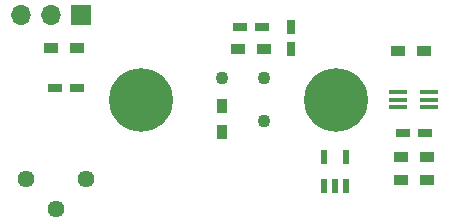
<source format=gbr>
G04 #@! TF.GenerationSoftware,KiCad,Pcbnew,(2017-06-12 revision 19d5cc754)-master*
G04 #@! TF.CreationDate,2018-06-07T02:45:10+02:00*
G04 #@! TF.ProjectId,nestbox,6E657374626F782E6B696361645F7063,rev?*
G04 #@! TF.FileFunction,Soldermask,Top*
G04 #@! TF.FilePolarity,Negative*
%FSLAX46Y46*%
G04 Gerber Fmt 4.6, Leading zero omitted, Abs format (unit mm)*
G04 Created by KiCad (PCBNEW (2017-06-12 revision 19d5cc754)-master) date 2018 June 07, Thursday 02:45:10*
%MOMM*%
%LPD*%
G01*
G04 APERTURE LIST*
%ADD10C,0.100000*%
%ADD11C,1.440000*%
%ADD12C,5.400000*%
%ADD13R,1.500000X0.400000*%
%ADD14R,1.200000X0.750000*%
%ADD15R,0.750000X1.200000*%
%ADD16C,1.100000*%
%ADD17R,0.900000X1.200000*%
%ADD18R,1.200000X0.900000*%
%ADD19R,0.590000X1.210000*%
%ADD20R,1.700000X1.700000*%
%ADD21O,1.700000X1.700000*%
G04 APERTURE END LIST*
D10*
D11*
X142811500Y-109283500D03*
X140271500Y-106743500D03*
X145351500Y-106743500D03*
D12*
X166500000Y-100000000D03*
D13*
X171771000Y-99350000D03*
X171771000Y-100000000D03*
X171771000Y-100650000D03*
X174431000Y-100650000D03*
X174431000Y-100000000D03*
X174431000Y-99350000D03*
D14*
X160271500Y-93853000D03*
X158371500Y-93853000D03*
D15*
X162687000Y-93855500D03*
X162687000Y-95755500D03*
D14*
X174051000Y-102870000D03*
X172151000Y-102870000D03*
X144587000Y-98996500D03*
X142687000Y-98996500D03*
D16*
X156826950Y-98203950D03*
X160419050Y-98203950D03*
X160419050Y-101796050D03*
D17*
X156845000Y-102763500D03*
X156845000Y-100563500D03*
D18*
X160421500Y-95758000D03*
X158221500Y-95758000D03*
X171810500Y-95885000D03*
X174010500Y-95885000D03*
X172001000Y-106810000D03*
X174201000Y-106810000D03*
X174201000Y-104840000D03*
X172001000Y-104840000D03*
X144610000Y-95631000D03*
X142410000Y-95631000D03*
D19*
X165483500Y-107363500D03*
X166433500Y-107363500D03*
X167383500Y-107363500D03*
X167383500Y-104853500D03*
X165483500Y-104853500D03*
D12*
X150000000Y-100000000D03*
D20*
X144907000Y-92837000D03*
D21*
X142367000Y-92837000D03*
X139827000Y-92837000D03*
M02*

</source>
